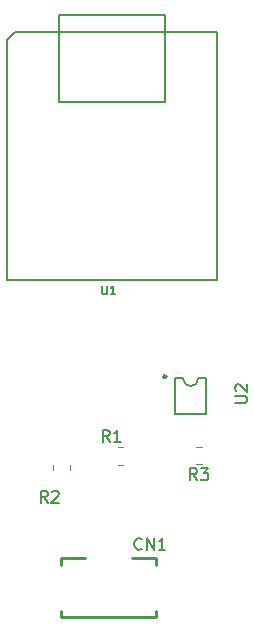
<source format=gbr>
%TF.GenerationSoftware,KiCad,Pcbnew,6.0.2+dfsg-1*%
%TF.CreationDate,2023-09-04T20:06:16+10:00*%
%TF.ProjectId,xiao-esp32c-temperature-sensor,7869616f-2d65-4737-9033-32632d74656d,rev?*%
%TF.SameCoordinates,Original*%
%TF.FileFunction,Legend,Top*%
%TF.FilePolarity,Positive*%
%FSLAX46Y46*%
G04 Gerber Fmt 4.6, Leading zero omitted, Abs format (unit mm)*
G04 Created by KiCad (PCBNEW 6.0.2+dfsg-1) date 2023-09-04 20:06:16*
%MOMM*%
%LPD*%
G01*
G04 APERTURE LIST*
%ADD10C,0.150000*%
%ADD11C,0.250000*%
%ADD12C,0.120000*%
%ADD13C,0.240000*%
%ADD14C,0.127000*%
G04 APERTURE END LIST*
D10*
%TO.C,CN1*%
X132809523Y-133857142D02*
X132761904Y-133904761D01*
X132619047Y-133952380D01*
X132523809Y-133952380D01*
X132380952Y-133904761D01*
X132285714Y-133809523D01*
X132238095Y-133714285D01*
X132190476Y-133523809D01*
X132190476Y-133380952D01*
X132238095Y-133190476D01*
X132285714Y-133095238D01*
X132380952Y-133000000D01*
X132523809Y-132952380D01*
X132619047Y-132952380D01*
X132761904Y-133000000D01*
X132809523Y-133047619D01*
X133238095Y-133952380D02*
X133238095Y-132952380D01*
X133809523Y-133952380D01*
X133809523Y-132952380D01*
X134809523Y-133952380D02*
X134238095Y-133952380D01*
X134523809Y-133952380D02*
X134523809Y-132952380D01*
X134428571Y-133095238D01*
X134333333Y-133190476D01*
X134238095Y-133238095D01*
%TO.C,R1*%
X130083333Y-124802380D02*
X129750000Y-124326190D01*
X129511904Y-124802380D02*
X129511904Y-123802380D01*
X129892857Y-123802380D01*
X129988095Y-123850000D01*
X130035714Y-123897619D01*
X130083333Y-123992857D01*
X130083333Y-124135714D01*
X130035714Y-124230952D01*
X129988095Y-124278571D01*
X129892857Y-124326190D01*
X129511904Y-124326190D01*
X131035714Y-124802380D02*
X130464285Y-124802380D01*
X130750000Y-124802380D02*
X130750000Y-123802380D01*
X130654761Y-123945238D01*
X130559523Y-124040476D01*
X130464285Y-124088095D01*
%TO.C,U2*%
X140702380Y-121511904D02*
X141511904Y-121511904D01*
X141607142Y-121464285D01*
X141654761Y-121416666D01*
X141702380Y-121321428D01*
X141702380Y-121130952D01*
X141654761Y-121035714D01*
X141607142Y-120988095D01*
X141511904Y-120940476D01*
X140702380Y-120940476D01*
X140797619Y-120511904D02*
X140750000Y-120464285D01*
X140702380Y-120369047D01*
X140702380Y-120130952D01*
X140750000Y-120035714D01*
X140797619Y-119988095D01*
X140892857Y-119940476D01*
X140988095Y-119940476D01*
X141130952Y-119988095D01*
X141702380Y-120559523D01*
X141702380Y-119940476D01*
%TO.C,U1*%
X129466666Y-111616666D02*
X129466666Y-112183333D01*
X129500000Y-112250000D01*
X129533333Y-112283333D01*
X129600000Y-112316666D01*
X129733333Y-112316666D01*
X129800000Y-112283333D01*
X129833333Y-112250000D01*
X129866666Y-112183333D01*
X129866666Y-111616666D01*
X130566666Y-112316666D02*
X130166666Y-112316666D01*
X130366666Y-112316666D02*
X130366666Y-111616666D01*
X130300000Y-111716666D01*
X130233333Y-111783333D01*
X130166666Y-111816666D01*
%TO.C,R2*%
X124833333Y-129952380D02*
X124500000Y-129476190D01*
X124261904Y-129952380D02*
X124261904Y-128952380D01*
X124642857Y-128952380D01*
X124738095Y-129000000D01*
X124785714Y-129047619D01*
X124833333Y-129142857D01*
X124833333Y-129285714D01*
X124785714Y-129380952D01*
X124738095Y-129428571D01*
X124642857Y-129476190D01*
X124261904Y-129476190D01*
X125214285Y-129047619D02*
X125261904Y-129000000D01*
X125357142Y-128952380D01*
X125595238Y-128952380D01*
X125690476Y-129000000D01*
X125738095Y-129047619D01*
X125785714Y-129142857D01*
X125785714Y-129238095D01*
X125738095Y-129380952D01*
X125166666Y-129952380D01*
X125785714Y-129952380D01*
%TO.C,R3*%
X137483333Y-128042380D02*
X137150000Y-127566190D01*
X136911904Y-128042380D02*
X136911904Y-127042380D01*
X137292857Y-127042380D01*
X137388095Y-127090000D01*
X137435714Y-127137619D01*
X137483333Y-127232857D01*
X137483333Y-127375714D01*
X137435714Y-127470952D01*
X137388095Y-127518571D01*
X137292857Y-127566190D01*
X136911904Y-127566190D01*
X137816666Y-127042380D02*
X138435714Y-127042380D01*
X138102380Y-127423333D01*
X138245238Y-127423333D01*
X138340476Y-127470952D01*
X138388095Y-127518571D01*
X138435714Y-127613809D01*
X138435714Y-127851904D01*
X138388095Y-127947142D01*
X138340476Y-127994761D01*
X138245238Y-128042380D01*
X137959523Y-128042380D01*
X137864285Y-127994761D01*
X137816666Y-127947142D01*
D11*
%TO.C,CN1*%
X134000000Y-139670000D02*
X134000000Y-139090000D01*
X126000000Y-139090000D02*
X126000000Y-139670000D01*
X126000000Y-134670000D02*
X126000000Y-135230000D01*
X132000000Y-134670000D02*
X134000000Y-134670000D01*
X134000000Y-139670000D02*
X126000000Y-139670000D01*
X134000000Y-135230000D02*
X134000000Y-134670000D01*
X126000000Y-134670000D02*
X128000000Y-134670000D01*
D12*
%TO.C,R1*%
X130772936Y-126735000D02*
X131227064Y-126735000D01*
X130772936Y-125265000D02*
X131227064Y-125265000D01*
D10*
%TO.C,U2*%
X138250000Y-122420000D02*
X138250000Y-119440000D01*
X135650000Y-119440000D02*
X135650000Y-122420000D01*
X136300000Y-119440000D02*
X135650000Y-119440000D01*
X138250000Y-119440000D02*
X137600000Y-119440000D01*
X135650000Y-122420000D02*
X138250000Y-122420000D01*
X136300000Y-119440000D02*
G75*
G03*
X137600000Y-119440000I650000J0D01*
G01*
D13*
X134870000Y-119270000D02*
G75*
G03*
X134870000Y-119270000I-120000J0D01*
G01*
D14*
%TO.C,U1*%
X121384000Y-90790750D02*
X121384000Y-111119250D01*
X125784000Y-88695250D02*
X134779000Y-88695250D01*
X134779000Y-96047250D02*
X125780000Y-96047250D01*
X139184000Y-90119250D02*
X122055541Y-90119250D01*
X125780000Y-96047250D02*
X125780000Y-88694250D01*
X121384000Y-111119250D02*
X139184000Y-111119250D01*
X139184000Y-111119250D02*
X139184000Y-90119250D01*
X122055541Y-90119250D02*
X121384000Y-90790750D01*
X134779000Y-88695250D02*
X134779000Y-96047250D01*
D12*
%TO.C,R2*%
X126735000Y-126772936D02*
X126735000Y-127227064D01*
X125265000Y-126772936D02*
X125265000Y-127227064D01*
%TO.C,R3*%
X137877064Y-125205000D02*
X137422936Y-125205000D01*
X137877064Y-126675000D02*
X137422936Y-126675000D01*
%TD*%
M02*

</source>
